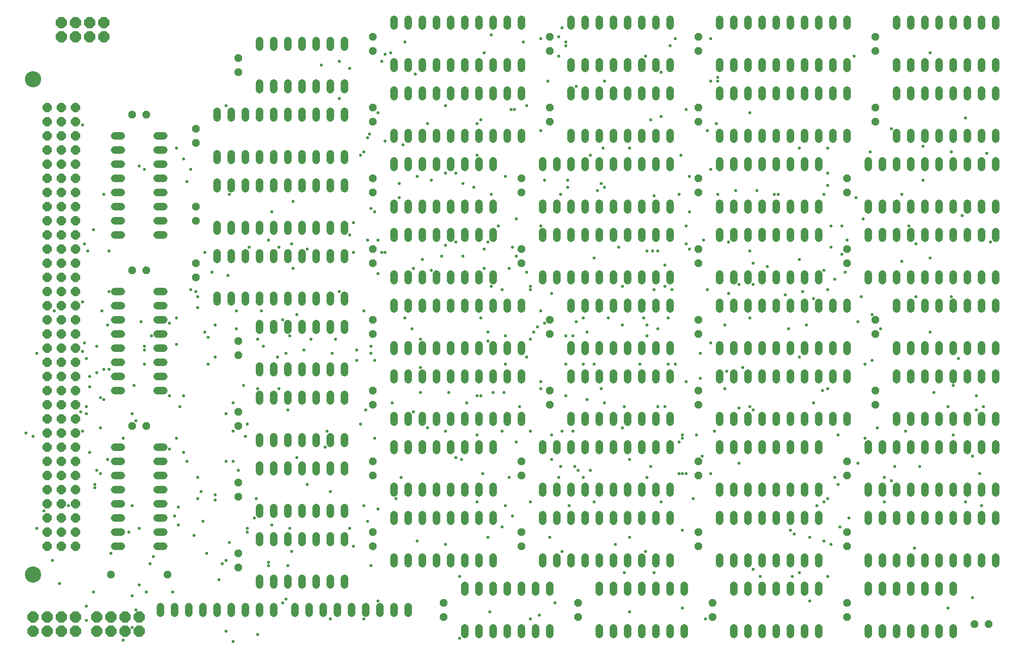
<source format=gbr>
G04 EAGLE Gerber RS-274X export*
G75*
%MOMM*%
%FSLAX34Y34*%
%LPD*%
%INSoldermask Bottom*%
%IPPOS*%
%AMOC8*
5,1,8,0,0,1.08239X$1,22.5*%
G01*
%ADD10P,1.457113X8X112.500000*%
%ADD11C,1.346200*%
%ADD12P,2.171924X8X22.500000*%
%ADD13P,1.787026X8X202.500000*%
%ADD14C,2.921000*%
%ADD15P,1.457113X8X202.500000*%
%ADD16P,1.457113X8X22.500000*%
%ADD17C,0.584200*%


D10*
X1003300Y50800D03*
X1003300Y76200D03*
X901700Y177800D03*
X901700Y203200D03*
X635000Y558800D03*
X635000Y584200D03*
X635000Y685800D03*
X635000Y711200D03*
X635000Y1066800D03*
X635000Y1092200D03*
X635000Y939800D03*
X635000Y965200D03*
X635000Y812800D03*
X635000Y838200D03*
X952500Y558800D03*
X952500Y584200D03*
X1244600Y50800D03*
X1244600Y76200D03*
X635000Y177800D03*
X635000Y203200D03*
X393700Y139700D03*
X393700Y165100D03*
X901700Y304800D03*
X901700Y330200D03*
X393700Y266700D03*
X393700Y292100D03*
X635000Y431800D03*
X635000Y457200D03*
X952500Y939800D03*
X952500Y965200D03*
X901700Y812800D03*
X901700Y838200D03*
X635000Y304800D03*
X635000Y330200D03*
X1219200Y431800D03*
X1219200Y457200D03*
X1219200Y558800D03*
X1219200Y584200D03*
X1485900Y50800D03*
X1485900Y76200D03*
X1219200Y685800D03*
X1219200Y711200D03*
X1219200Y812800D03*
X1219200Y838200D03*
X1219200Y1066800D03*
X1219200Y1092200D03*
X1219200Y939800D03*
X1219200Y965200D03*
X1536700Y1066800D03*
X1536700Y1092200D03*
X1536700Y939800D03*
X1536700Y965200D03*
X1536700Y431800D03*
X1536700Y457200D03*
X1485900Y177800D03*
X1485900Y203200D03*
X1485900Y812800D03*
X1485900Y838200D03*
X1536700Y558800D03*
X1536700Y584200D03*
X1219200Y304800D03*
X1219200Y330200D03*
X1485900Y304800D03*
X1485900Y330200D03*
X1485900Y685800D03*
X1485900Y711200D03*
X952500Y1066800D03*
X952500Y1092200D03*
X901700Y685800D03*
X901700Y711200D03*
X952500Y431800D03*
X952500Y457200D03*
X1219200Y177800D03*
X1219200Y203200D03*
D11*
X183896Y355600D02*
X171704Y355600D01*
X171704Y330200D02*
X183896Y330200D01*
X183896Y203200D02*
X171704Y203200D01*
X171704Y177800D02*
X183896Y177800D01*
X183896Y304800D02*
X171704Y304800D01*
X171704Y279400D02*
X183896Y279400D01*
X183896Y228600D02*
X171704Y228600D01*
X171704Y254000D02*
X183896Y254000D01*
X247904Y177800D02*
X260096Y177800D01*
X260096Y203200D02*
X247904Y203200D01*
X247904Y228600D02*
X260096Y228600D01*
X260096Y254000D02*
X247904Y254000D01*
X247904Y279400D02*
X260096Y279400D01*
X260096Y304800D02*
X247904Y304800D01*
X247904Y330200D02*
X260096Y330200D01*
X260096Y355600D02*
X247904Y355600D01*
X355600Y743204D02*
X355600Y755396D01*
X381000Y755396D02*
X381000Y743204D01*
X508000Y743204D02*
X508000Y755396D01*
X533400Y755396D02*
X533400Y743204D01*
X406400Y743204D02*
X406400Y755396D01*
X431800Y755396D02*
X431800Y743204D01*
X482600Y743204D02*
X482600Y755396D01*
X457200Y755396D02*
X457200Y743204D01*
X558800Y743204D02*
X558800Y755396D01*
X584200Y755396D02*
X584200Y743204D01*
X584200Y819404D02*
X584200Y831596D01*
X558800Y831596D02*
X558800Y819404D01*
X533400Y819404D02*
X533400Y831596D01*
X508000Y831596D02*
X508000Y819404D01*
X482600Y819404D02*
X482600Y831596D01*
X457200Y831596D02*
X457200Y819404D01*
X431800Y819404D02*
X431800Y831596D01*
X406400Y831596D02*
X406400Y819404D01*
X381000Y819404D02*
X381000Y831596D01*
X355600Y831596D02*
X355600Y819404D01*
X183896Y635000D02*
X171704Y635000D01*
X171704Y609600D02*
X183896Y609600D01*
X183896Y482600D02*
X171704Y482600D01*
X171704Y457200D02*
X183896Y457200D01*
X183896Y584200D02*
X171704Y584200D01*
X171704Y558800D02*
X183896Y558800D01*
X183896Y508000D02*
X171704Y508000D01*
X171704Y533400D02*
X183896Y533400D01*
X247904Y457200D02*
X260096Y457200D01*
X260096Y482600D02*
X247904Y482600D01*
X247904Y508000D02*
X260096Y508000D01*
X260096Y533400D02*
X247904Y533400D01*
X247904Y558800D02*
X260096Y558800D01*
X260096Y584200D02*
X247904Y584200D01*
X247904Y609600D02*
X260096Y609600D01*
X260096Y635000D02*
X247904Y635000D01*
X355600Y628396D02*
X355600Y616204D01*
X381000Y616204D02*
X381000Y628396D01*
X508000Y628396D02*
X508000Y616204D01*
X533400Y616204D02*
X533400Y628396D01*
X406400Y628396D02*
X406400Y616204D01*
X431800Y616204D02*
X431800Y628396D01*
X482600Y628396D02*
X482600Y616204D01*
X457200Y616204D02*
X457200Y628396D01*
X558800Y628396D02*
X558800Y616204D01*
X584200Y616204D02*
X584200Y628396D01*
X584200Y692404D02*
X584200Y704596D01*
X558800Y704596D02*
X558800Y692404D01*
X533400Y692404D02*
X533400Y704596D01*
X508000Y704596D02*
X508000Y692404D01*
X482600Y692404D02*
X482600Y704596D01*
X457200Y704596D02*
X457200Y692404D01*
X431800Y692404D02*
X431800Y704596D01*
X406400Y704596D02*
X406400Y692404D01*
X381000Y692404D02*
X381000Y704596D01*
X355600Y704596D02*
X355600Y692404D01*
X673100Y158496D02*
X673100Y146304D01*
X698500Y146304D02*
X698500Y158496D01*
X825500Y158496D02*
X825500Y146304D01*
X850900Y146304D02*
X850900Y158496D01*
X723900Y158496D02*
X723900Y146304D01*
X749300Y146304D02*
X749300Y158496D01*
X800100Y158496D02*
X800100Y146304D01*
X774700Y146304D02*
X774700Y158496D01*
X850900Y222504D02*
X850900Y234696D01*
X825500Y234696D02*
X825500Y222504D01*
X800100Y222504D02*
X800100Y234696D01*
X774700Y234696D02*
X774700Y222504D01*
X749300Y222504D02*
X749300Y234696D01*
X723900Y234696D02*
X723900Y222504D01*
X698500Y222504D02*
X698500Y234696D01*
X673100Y234696D02*
X673100Y222504D01*
X355600Y870204D02*
X355600Y882396D01*
X381000Y882396D02*
X381000Y870204D01*
X508000Y870204D02*
X508000Y882396D01*
X533400Y882396D02*
X533400Y870204D01*
X406400Y870204D02*
X406400Y882396D01*
X431800Y882396D02*
X431800Y870204D01*
X482600Y870204D02*
X482600Y882396D01*
X457200Y882396D02*
X457200Y870204D01*
X558800Y870204D02*
X558800Y882396D01*
X584200Y882396D02*
X584200Y870204D01*
X584200Y946404D02*
X584200Y958596D01*
X558800Y958596D02*
X558800Y946404D01*
X533400Y946404D02*
X533400Y958596D01*
X508000Y958596D02*
X508000Y946404D01*
X482600Y946404D02*
X482600Y958596D01*
X457200Y958596D02*
X457200Y946404D01*
X431800Y946404D02*
X431800Y958596D01*
X406400Y958596D02*
X406400Y946404D01*
X381000Y946404D02*
X381000Y958596D01*
X355600Y958596D02*
X355600Y946404D01*
X673100Y285496D02*
X673100Y273304D01*
X698500Y273304D02*
X698500Y285496D01*
X825500Y285496D02*
X825500Y273304D01*
X850900Y273304D02*
X850900Y285496D01*
X723900Y285496D02*
X723900Y273304D01*
X749300Y273304D02*
X749300Y285496D01*
X800100Y285496D02*
X800100Y273304D01*
X774700Y273304D02*
X774700Y285496D01*
X850900Y349504D02*
X850900Y361696D01*
X825500Y361696D02*
X825500Y349504D01*
X800100Y349504D02*
X800100Y361696D01*
X774700Y361696D02*
X774700Y349504D01*
X749300Y349504D02*
X749300Y361696D01*
X723900Y361696D02*
X723900Y349504D01*
X698500Y349504D02*
X698500Y361696D01*
X673100Y361696D02*
X673100Y349504D01*
X673100Y654304D02*
X673100Y666496D01*
X698500Y666496D02*
X698500Y654304D01*
X825500Y654304D02*
X825500Y666496D01*
X850900Y666496D02*
X850900Y654304D01*
X723900Y654304D02*
X723900Y666496D01*
X749300Y666496D02*
X749300Y654304D01*
X800100Y654304D02*
X800100Y666496D01*
X774700Y666496D02*
X774700Y654304D01*
X850900Y730504D02*
X850900Y742696D01*
X825500Y742696D02*
X825500Y730504D01*
X800100Y730504D02*
X800100Y742696D01*
X774700Y742696D02*
X774700Y730504D01*
X749300Y730504D02*
X749300Y742696D01*
X723900Y742696D02*
X723900Y730504D01*
X698500Y730504D02*
X698500Y742696D01*
X673100Y742696D02*
X673100Y730504D01*
X673100Y781304D02*
X673100Y793496D01*
X698500Y793496D02*
X698500Y781304D01*
X825500Y781304D02*
X825500Y793496D01*
X850900Y793496D02*
X850900Y781304D01*
X723900Y781304D02*
X723900Y793496D01*
X749300Y793496D02*
X749300Y781304D01*
X800100Y781304D02*
X800100Y793496D01*
X774700Y793496D02*
X774700Y781304D01*
X850900Y857504D02*
X850900Y869696D01*
X825500Y869696D02*
X825500Y857504D01*
X800100Y857504D02*
X800100Y869696D01*
X774700Y869696D02*
X774700Y857504D01*
X749300Y857504D02*
X749300Y869696D01*
X723900Y869696D02*
X723900Y857504D01*
X698500Y857504D02*
X698500Y869696D01*
X673100Y869696D02*
X673100Y857504D01*
X673100Y908304D02*
X673100Y920496D01*
X698500Y920496D02*
X698500Y908304D01*
X825500Y908304D02*
X825500Y920496D01*
X850900Y920496D02*
X850900Y908304D01*
X723900Y908304D02*
X723900Y920496D01*
X749300Y920496D02*
X749300Y908304D01*
X800100Y908304D02*
X800100Y920496D01*
X774700Y920496D02*
X774700Y908304D01*
X876300Y908304D02*
X876300Y920496D01*
X901700Y920496D02*
X901700Y908304D01*
X901700Y984504D02*
X901700Y996696D01*
X876300Y996696D02*
X876300Y984504D01*
X850900Y984504D02*
X850900Y996696D01*
X825500Y996696D02*
X825500Y984504D01*
X800100Y984504D02*
X800100Y996696D01*
X774700Y996696D02*
X774700Y984504D01*
X749300Y984504D02*
X749300Y996696D01*
X723900Y996696D02*
X723900Y984504D01*
X698500Y984504D02*
X698500Y996696D01*
X673100Y996696D02*
X673100Y984504D01*
X673100Y1035304D02*
X673100Y1047496D01*
X698500Y1047496D02*
X698500Y1035304D01*
X825500Y1035304D02*
X825500Y1047496D01*
X850900Y1047496D02*
X850900Y1035304D01*
X723900Y1035304D02*
X723900Y1047496D01*
X749300Y1047496D02*
X749300Y1035304D01*
X800100Y1035304D02*
X800100Y1047496D01*
X774700Y1047496D02*
X774700Y1035304D01*
X876300Y1035304D02*
X876300Y1047496D01*
X901700Y1047496D02*
X901700Y1035304D01*
X901700Y1111504D02*
X901700Y1123696D01*
X876300Y1123696D02*
X876300Y1111504D01*
X850900Y1111504D02*
X850900Y1123696D01*
X825500Y1123696D02*
X825500Y1111504D01*
X800100Y1111504D02*
X800100Y1123696D01*
X774700Y1123696D02*
X774700Y1111504D01*
X749300Y1111504D02*
X749300Y1123696D01*
X723900Y1123696D02*
X723900Y1111504D01*
X698500Y1111504D02*
X698500Y1123696D01*
X673100Y1123696D02*
X673100Y1111504D01*
D12*
X25400Y25400D03*
X25400Y50800D03*
X50800Y25400D03*
X50800Y50800D03*
X76200Y25400D03*
X76200Y50800D03*
X101600Y25400D03*
X101600Y50800D03*
X76200Y1092200D03*
X76200Y1117600D03*
X101600Y1092200D03*
X101600Y1117600D03*
X127000Y1092200D03*
X127000Y1117600D03*
X152400Y1092200D03*
X152400Y1117600D03*
D11*
X698500Y69596D02*
X698500Y57404D01*
X673100Y57404D02*
X673100Y69596D01*
X647700Y69596D02*
X647700Y57404D01*
X622300Y57404D02*
X622300Y69596D01*
X596900Y69596D02*
X596900Y57404D01*
X571500Y57404D02*
X571500Y69596D01*
X546100Y69596D02*
X546100Y57404D01*
X520700Y57404D02*
X520700Y69596D01*
X495300Y69596D02*
X495300Y57404D01*
X457200Y57404D02*
X457200Y69596D01*
X431800Y69596D02*
X431800Y57404D01*
X406400Y57404D02*
X406400Y69596D01*
X381000Y69596D02*
X381000Y57404D01*
X355600Y57404D02*
X355600Y69596D01*
X330200Y69596D02*
X330200Y57404D01*
X304800Y57404D02*
X304800Y69596D01*
X279400Y69596D02*
X279400Y57404D01*
X254000Y57404D02*
X254000Y69596D01*
D13*
X50800Y177800D03*
X50800Y203200D03*
X50800Y228600D03*
X50800Y254000D03*
X50800Y279400D03*
X50800Y304800D03*
X50800Y330200D03*
X50800Y355600D03*
X50800Y381000D03*
X50800Y406400D03*
X50800Y431800D03*
X50800Y457200D03*
X50800Y482600D03*
X50800Y508000D03*
X50800Y533400D03*
X50800Y558800D03*
X76200Y177800D03*
X76200Y203200D03*
X76200Y228600D03*
X76200Y254000D03*
X76200Y279400D03*
X76200Y304800D03*
X76200Y330200D03*
X76200Y355600D03*
X76200Y381000D03*
X76200Y406400D03*
X76200Y431800D03*
X76200Y457200D03*
X76200Y482600D03*
X76200Y508000D03*
X76200Y533400D03*
X76200Y558800D03*
X101600Y177800D03*
X101600Y203200D03*
X101600Y228600D03*
X101600Y254000D03*
X101600Y279400D03*
X101600Y304800D03*
X101600Y330200D03*
X101600Y355600D03*
X101600Y381000D03*
X101600Y406400D03*
X101600Y431800D03*
X101600Y457200D03*
X101600Y482600D03*
X101600Y508000D03*
X101600Y533400D03*
X101600Y558800D03*
X50800Y584200D03*
X50800Y609600D03*
X50800Y635000D03*
X50800Y660400D03*
X50800Y685800D03*
X50800Y711200D03*
X50800Y736600D03*
X50800Y762000D03*
X50800Y787400D03*
X50800Y812800D03*
X50800Y838200D03*
X50800Y863600D03*
X50800Y889000D03*
X50800Y914400D03*
X50800Y939800D03*
X50800Y965200D03*
X76200Y584200D03*
X76200Y609600D03*
X76200Y635000D03*
X76200Y660400D03*
X76200Y685800D03*
X76200Y711200D03*
X76200Y736600D03*
X76200Y762000D03*
X76200Y787400D03*
X76200Y812800D03*
X76200Y838200D03*
X76200Y863600D03*
X76200Y889000D03*
X76200Y914400D03*
X76200Y939800D03*
X76200Y965200D03*
X101600Y584200D03*
X101600Y609600D03*
X101600Y635000D03*
X101600Y660400D03*
X101600Y685800D03*
X101600Y711200D03*
X101600Y736600D03*
X101600Y762000D03*
X101600Y787400D03*
X101600Y812800D03*
X101600Y838200D03*
X101600Y863600D03*
X101600Y889000D03*
X101600Y914400D03*
X101600Y939800D03*
X101600Y965200D03*
D14*
X25400Y1016064D03*
X25400Y126936D03*
D15*
X1739900Y38100D03*
X1714500Y38100D03*
X266700Y127000D03*
X165100Y127000D03*
D11*
X431800Y235204D02*
X431800Y247396D01*
X457200Y247396D02*
X457200Y235204D01*
X584200Y235204D02*
X584200Y247396D01*
X584200Y311404D02*
X584200Y323596D01*
X482600Y247396D02*
X482600Y235204D01*
X508000Y235204D02*
X508000Y247396D01*
X558800Y247396D02*
X558800Y235204D01*
X533400Y235204D02*
X533400Y247396D01*
X558800Y311404D02*
X558800Y323596D01*
X533400Y323596D02*
X533400Y311404D01*
X508000Y311404D02*
X508000Y323596D01*
X482600Y323596D02*
X482600Y311404D01*
X457200Y311404D02*
X457200Y323596D01*
X431800Y323596D02*
X431800Y311404D01*
X800100Y31496D02*
X800100Y19304D01*
X825500Y19304D02*
X825500Y31496D01*
X952500Y31496D02*
X952500Y19304D01*
X952500Y95504D02*
X952500Y107696D01*
X850900Y31496D02*
X850900Y19304D01*
X876300Y19304D02*
X876300Y31496D01*
X927100Y31496D02*
X927100Y19304D01*
X901700Y19304D02*
X901700Y31496D01*
X927100Y95504D02*
X927100Y107696D01*
X901700Y107696D02*
X901700Y95504D01*
X876300Y95504D02*
X876300Y107696D01*
X850900Y107696D02*
X850900Y95504D01*
X825500Y95504D02*
X825500Y107696D01*
X800100Y107696D02*
X800100Y95504D01*
X431800Y997204D02*
X431800Y1009396D01*
X457200Y1009396D02*
X457200Y997204D01*
X584200Y997204D02*
X584200Y1009396D01*
X584200Y1073404D02*
X584200Y1085596D01*
X482600Y1009396D02*
X482600Y997204D01*
X508000Y997204D02*
X508000Y1009396D01*
X558800Y1009396D02*
X558800Y997204D01*
X533400Y997204D02*
X533400Y1009396D01*
X558800Y1073404D02*
X558800Y1085596D01*
X533400Y1085596D02*
X533400Y1073404D01*
X508000Y1073404D02*
X508000Y1085596D01*
X482600Y1085596D02*
X482600Y1073404D01*
X457200Y1073404D02*
X457200Y1085596D01*
X431800Y1085596D02*
X431800Y1073404D01*
X431800Y120396D02*
X431800Y108204D01*
X457200Y108204D02*
X457200Y120396D01*
X584200Y120396D02*
X584200Y108204D01*
X584200Y184404D02*
X584200Y196596D01*
X482600Y120396D02*
X482600Y108204D01*
X508000Y108204D02*
X508000Y120396D01*
X558800Y120396D02*
X558800Y108204D01*
X533400Y108204D02*
X533400Y120396D01*
X558800Y184404D02*
X558800Y196596D01*
X533400Y196596D02*
X533400Y184404D01*
X508000Y184404D02*
X508000Y196596D01*
X482600Y196596D02*
X482600Y184404D01*
X457200Y184404D02*
X457200Y196596D01*
X431800Y196596D02*
X431800Y184404D01*
X183896Y914400D02*
X171704Y914400D01*
X171704Y889000D02*
X183896Y889000D01*
X183896Y762000D02*
X171704Y762000D01*
X171704Y736600D02*
X183896Y736600D01*
X183896Y863600D02*
X171704Y863600D01*
X171704Y838200D02*
X183896Y838200D01*
X183896Y787400D02*
X171704Y787400D01*
X171704Y812800D02*
X183896Y812800D01*
X247904Y736600D02*
X260096Y736600D01*
X260096Y762000D02*
X247904Y762000D01*
X247904Y787400D02*
X260096Y787400D01*
X260096Y812800D02*
X247904Y812800D01*
X247904Y838200D02*
X260096Y838200D01*
X260096Y863600D02*
X247904Y863600D01*
X247904Y889000D02*
X260096Y889000D01*
X260096Y914400D02*
X247904Y914400D01*
D12*
X139700Y25400D03*
X139700Y50800D03*
X165100Y25400D03*
X165100Y50800D03*
X190500Y25400D03*
X190500Y50800D03*
X215900Y25400D03*
X215900Y50800D03*
D11*
X431800Y362204D02*
X431800Y374396D01*
X457200Y374396D02*
X457200Y362204D01*
X584200Y362204D02*
X584200Y374396D01*
X584200Y438404D02*
X584200Y450596D01*
X482600Y374396D02*
X482600Y362204D01*
X508000Y362204D02*
X508000Y374396D01*
X558800Y374396D02*
X558800Y362204D01*
X533400Y362204D02*
X533400Y374396D01*
X558800Y438404D02*
X558800Y450596D01*
X533400Y450596D02*
X533400Y438404D01*
X508000Y438404D02*
X508000Y450596D01*
X482600Y450596D02*
X482600Y438404D01*
X457200Y438404D02*
X457200Y450596D01*
X431800Y450596D02*
X431800Y438404D01*
X673100Y527304D02*
X673100Y539496D01*
X698500Y539496D02*
X698500Y527304D01*
X825500Y527304D02*
X825500Y539496D01*
X850900Y539496D02*
X850900Y527304D01*
X723900Y527304D02*
X723900Y539496D01*
X749300Y539496D02*
X749300Y527304D01*
X800100Y527304D02*
X800100Y539496D01*
X774700Y539496D02*
X774700Y527304D01*
X876300Y527304D02*
X876300Y539496D01*
X901700Y539496D02*
X901700Y527304D01*
X901700Y603504D02*
X901700Y615696D01*
X876300Y615696D02*
X876300Y603504D01*
X850900Y603504D02*
X850900Y615696D01*
X825500Y615696D02*
X825500Y603504D01*
X800100Y603504D02*
X800100Y615696D01*
X774700Y615696D02*
X774700Y603504D01*
X749300Y603504D02*
X749300Y615696D01*
X723900Y615696D02*
X723900Y603504D01*
X698500Y603504D02*
X698500Y615696D01*
X673100Y615696D02*
X673100Y603504D01*
X673100Y412496D02*
X673100Y400304D01*
X698500Y400304D02*
X698500Y412496D01*
X825500Y412496D02*
X825500Y400304D01*
X850900Y400304D02*
X850900Y412496D01*
X723900Y412496D02*
X723900Y400304D01*
X749300Y400304D02*
X749300Y412496D01*
X800100Y412496D02*
X800100Y400304D01*
X774700Y400304D02*
X774700Y412496D01*
X876300Y412496D02*
X876300Y400304D01*
X901700Y400304D02*
X901700Y412496D01*
X901700Y476504D02*
X901700Y488696D01*
X876300Y488696D02*
X876300Y476504D01*
X850900Y476504D02*
X850900Y488696D01*
X825500Y488696D02*
X825500Y476504D01*
X800100Y476504D02*
X800100Y488696D01*
X774700Y488696D02*
X774700Y476504D01*
X749300Y476504D02*
X749300Y488696D01*
X723900Y488696D02*
X723900Y476504D01*
X698500Y476504D02*
X698500Y488696D01*
X673100Y488696D02*
X673100Y476504D01*
X990600Y1035304D02*
X990600Y1047496D01*
X1016000Y1047496D02*
X1016000Y1035304D01*
X1143000Y1035304D02*
X1143000Y1047496D01*
X1168400Y1047496D02*
X1168400Y1035304D01*
X1041400Y1035304D02*
X1041400Y1047496D01*
X1066800Y1047496D02*
X1066800Y1035304D01*
X1117600Y1035304D02*
X1117600Y1047496D01*
X1092200Y1047496D02*
X1092200Y1035304D01*
X1168400Y1111504D02*
X1168400Y1123696D01*
X1143000Y1123696D02*
X1143000Y1111504D01*
X1117600Y1111504D02*
X1117600Y1123696D01*
X1092200Y1123696D02*
X1092200Y1111504D01*
X1066800Y1111504D02*
X1066800Y1123696D01*
X1041400Y1123696D02*
X1041400Y1111504D01*
X1016000Y1111504D02*
X1016000Y1123696D01*
X990600Y1123696D02*
X990600Y1111504D01*
X990600Y920496D02*
X990600Y908304D01*
X1016000Y908304D02*
X1016000Y920496D01*
X1143000Y920496D02*
X1143000Y908304D01*
X1168400Y908304D02*
X1168400Y920496D01*
X1041400Y920496D02*
X1041400Y908304D01*
X1066800Y908304D02*
X1066800Y920496D01*
X1117600Y920496D02*
X1117600Y908304D01*
X1092200Y908304D02*
X1092200Y920496D01*
X1168400Y984504D02*
X1168400Y996696D01*
X1143000Y996696D02*
X1143000Y984504D01*
X1117600Y984504D02*
X1117600Y996696D01*
X1092200Y996696D02*
X1092200Y984504D01*
X1066800Y984504D02*
X1066800Y996696D01*
X1041400Y996696D02*
X1041400Y984504D01*
X1016000Y984504D02*
X1016000Y996696D01*
X990600Y996696D02*
X990600Y984504D01*
X990600Y539496D02*
X990600Y527304D01*
X1016000Y527304D02*
X1016000Y539496D01*
X1143000Y539496D02*
X1143000Y527304D01*
X1168400Y527304D02*
X1168400Y539496D01*
X1041400Y539496D02*
X1041400Y527304D01*
X1066800Y527304D02*
X1066800Y539496D01*
X1117600Y539496D02*
X1117600Y527304D01*
X1092200Y527304D02*
X1092200Y539496D01*
X1168400Y603504D02*
X1168400Y615696D01*
X1143000Y615696D02*
X1143000Y603504D01*
X1117600Y603504D02*
X1117600Y615696D01*
X1092200Y615696D02*
X1092200Y603504D01*
X1066800Y603504D02*
X1066800Y615696D01*
X1041400Y615696D02*
X1041400Y603504D01*
X1016000Y603504D02*
X1016000Y615696D01*
X990600Y615696D02*
X990600Y603504D01*
X990600Y412496D02*
X990600Y400304D01*
X1016000Y400304D02*
X1016000Y412496D01*
X1143000Y412496D02*
X1143000Y400304D01*
X1168400Y400304D02*
X1168400Y412496D01*
X1041400Y412496D02*
X1041400Y400304D01*
X1066800Y400304D02*
X1066800Y412496D01*
X1117600Y412496D02*
X1117600Y400304D01*
X1092200Y400304D02*
X1092200Y412496D01*
X1168400Y476504D02*
X1168400Y488696D01*
X1143000Y488696D02*
X1143000Y476504D01*
X1117600Y476504D02*
X1117600Y488696D01*
X1092200Y488696D02*
X1092200Y476504D01*
X1066800Y476504D02*
X1066800Y488696D01*
X1041400Y488696D02*
X1041400Y476504D01*
X1016000Y476504D02*
X1016000Y488696D01*
X990600Y488696D02*
X990600Y476504D01*
X939800Y781304D02*
X939800Y793496D01*
X965200Y793496D02*
X965200Y781304D01*
X1092200Y781304D02*
X1092200Y793496D01*
X1117600Y793496D02*
X1117600Y781304D01*
X990600Y781304D02*
X990600Y793496D01*
X1016000Y793496D02*
X1016000Y781304D01*
X1066800Y781304D02*
X1066800Y793496D01*
X1041400Y793496D02*
X1041400Y781304D01*
X1143000Y781304D02*
X1143000Y793496D01*
X1168400Y793496D02*
X1168400Y781304D01*
X1168400Y857504D02*
X1168400Y869696D01*
X1143000Y869696D02*
X1143000Y857504D01*
X1117600Y857504D02*
X1117600Y869696D01*
X1092200Y869696D02*
X1092200Y857504D01*
X1066800Y857504D02*
X1066800Y869696D01*
X1041400Y869696D02*
X1041400Y857504D01*
X1016000Y857504D02*
X1016000Y869696D01*
X990600Y869696D02*
X990600Y857504D01*
X965200Y857504D02*
X965200Y869696D01*
X939800Y869696D02*
X939800Y857504D01*
X939800Y666496D02*
X939800Y654304D01*
X965200Y654304D02*
X965200Y666496D01*
X1092200Y666496D02*
X1092200Y654304D01*
X1117600Y654304D02*
X1117600Y666496D01*
X990600Y666496D02*
X990600Y654304D01*
X1016000Y654304D02*
X1016000Y666496D01*
X1066800Y666496D02*
X1066800Y654304D01*
X1041400Y654304D02*
X1041400Y666496D01*
X1143000Y666496D02*
X1143000Y654304D01*
X1168400Y654304D02*
X1168400Y666496D01*
X1168400Y730504D02*
X1168400Y742696D01*
X1143000Y742696D02*
X1143000Y730504D01*
X1117600Y730504D02*
X1117600Y742696D01*
X1092200Y742696D02*
X1092200Y730504D01*
X1066800Y730504D02*
X1066800Y742696D01*
X1041400Y742696D02*
X1041400Y730504D01*
X1016000Y730504D02*
X1016000Y742696D01*
X990600Y742696D02*
X990600Y730504D01*
X965200Y730504D02*
X965200Y742696D01*
X939800Y742696D02*
X939800Y730504D01*
X1041400Y31496D02*
X1041400Y19304D01*
X1066800Y19304D02*
X1066800Y31496D01*
X1193800Y31496D02*
X1193800Y19304D01*
X1193800Y95504D02*
X1193800Y107696D01*
X1092200Y31496D02*
X1092200Y19304D01*
X1117600Y19304D02*
X1117600Y31496D01*
X1168400Y31496D02*
X1168400Y19304D01*
X1143000Y19304D02*
X1143000Y31496D01*
X1168400Y95504D02*
X1168400Y107696D01*
X1143000Y107696D02*
X1143000Y95504D01*
X1117600Y95504D02*
X1117600Y107696D01*
X1092200Y107696D02*
X1092200Y95504D01*
X1066800Y95504D02*
X1066800Y107696D01*
X1041400Y107696D02*
X1041400Y95504D01*
X939800Y273304D02*
X939800Y285496D01*
X965200Y285496D02*
X965200Y273304D01*
X1092200Y273304D02*
X1092200Y285496D01*
X1117600Y285496D02*
X1117600Y273304D01*
X990600Y273304D02*
X990600Y285496D01*
X1016000Y285496D02*
X1016000Y273304D01*
X1066800Y273304D02*
X1066800Y285496D01*
X1041400Y285496D02*
X1041400Y273304D01*
X1143000Y273304D02*
X1143000Y285496D01*
X1168400Y285496D02*
X1168400Y273304D01*
X1168400Y349504D02*
X1168400Y361696D01*
X1143000Y361696D02*
X1143000Y349504D01*
X1117600Y349504D02*
X1117600Y361696D01*
X1092200Y361696D02*
X1092200Y349504D01*
X1066800Y349504D02*
X1066800Y361696D01*
X1041400Y361696D02*
X1041400Y349504D01*
X1016000Y349504D02*
X1016000Y361696D01*
X990600Y361696D02*
X990600Y349504D01*
X965200Y349504D02*
X965200Y361696D01*
X939800Y361696D02*
X939800Y349504D01*
X939800Y158496D02*
X939800Y146304D01*
X965200Y146304D02*
X965200Y158496D01*
X1092200Y158496D02*
X1092200Y146304D01*
X1117600Y146304D02*
X1117600Y158496D01*
X990600Y158496D02*
X990600Y146304D01*
X1016000Y146304D02*
X1016000Y158496D01*
X1066800Y158496D02*
X1066800Y146304D01*
X1041400Y146304D02*
X1041400Y158496D01*
X1143000Y158496D02*
X1143000Y146304D01*
X1168400Y146304D02*
X1168400Y158496D01*
X1168400Y222504D02*
X1168400Y234696D01*
X1143000Y234696D02*
X1143000Y222504D01*
X1117600Y222504D02*
X1117600Y234696D01*
X1092200Y234696D02*
X1092200Y222504D01*
X1066800Y222504D02*
X1066800Y234696D01*
X1041400Y234696D02*
X1041400Y222504D01*
X1016000Y222504D02*
X1016000Y234696D01*
X990600Y234696D02*
X990600Y222504D01*
X965200Y222504D02*
X965200Y234696D01*
X939800Y234696D02*
X939800Y222504D01*
X1257300Y158496D02*
X1257300Y146304D01*
X1282700Y146304D02*
X1282700Y158496D01*
X1409700Y158496D02*
X1409700Y146304D01*
X1435100Y146304D02*
X1435100Y158496D01*
X1308100Y158496D02*
X1308100Y146304D01*
X1333500Y146304D02*
X1333500Y158496D01*
X1384300Y158496D02*
X1384300Y146304D01*
X1358900Y146304D02*
X1358900Y158496D01*
X1435100Y222504D02*
X1435100Y234696D01*
X1409700Y234696D02*
X1409700Y222504D01*
X1384300Y222504D02*
X1384300Y234696D01*
X1358900Y234696D02*
X1358900Y222504D01*
X1333500Y222504D02*
X1333500Y234696D01*
X1308100Y234696D02*
X1308100Y222504D01*
X1282700Y222504D02*
X1282700Y234696D01*
X1257300Y234696D02*
X1257300Y222504D01*
X1257300Y781304D02*
X1257300Y793496D01*
X1282700Y793496D02*
X1282700Y781304D01*
X1409700Y781304D02*
X1409700Y793496D01*
X1435100Y793496D02*
X1435100Y781304D01*
X1308100Y781304D02*
X1308100Y793496D01*
X1333500Y793496D02*
X1333500Y781304D01*
X1384300Y781304D02*
X1384300Y793496D01*
X1358900Y793496D02*
X1358900Y781304D01*
X1435100Y857504D02*
X1435100Y869696D01*
X1409700Y869696D02*
X1409700Y857504D01*
X1384300Y857504D02*
X1384300Y869696D01*
X1358900Y869696D02*
X1358900Y857504D01*
X1333500Y857504D02*
X1333500Y869696D01*
X1308100Y869696D02*
X1308100Y857504D01*
X1282700Y857504D02*
X1282700Y869696D01*
X1257300Y869696D02*
X1257300Y857504D01*
X1257300Y666496D02*
X1257300Y654304D01*
X1282700Y654304D02*
X1282700Y666496D01*
X1409700Y666496D02*
X1409700Y654304D01*
X1435100Y654304D02*
X1435100Y666496D01*
X1308100Y666496D02*
X1308100Y654304D01*
X1333500Y654304D02*
X1333500Y666496D01*
X1384300Y666496D02*
X1384300Y654304D01*
X1358900Y654304D02*
X1358900Y666496D01*
X1435100Y730504D02*
X1435100Y742696D01*
X1409700Y742696D02*
X1409700Y730504D01*
X1384300Y730504D02*
X1384300Y742696D01*
X1358900Y742696D02*
X1358900Y730504D01*
X1333500Y730504D02*
X1333500Y742696D01*
X1308100Y742696D02*
X1308100Y730504D01*
X1282700Y730504D02*
X1282700Y742696D01*
X1257300Y742696D02*
X1257300Y730504D01*
X1257300Y285496D02*
X1257300Y273304D01*
X1282700Y273304D02*
X1282700Y285496D01*
X1409700Y285496D02*
X1409700Y273304D01*
X1435100Y273304D02*
X1435100Y285496D01*
X1308100Y285496D02*
X1308100Y273304D01*
X1333500Y273304D02*
X1333500Y285496D01*
X1384300Y285496D02*
X1384300Y273304D01*
X1358900Y273304D02*
X1358900Y285496D01*
X1435100Y349504D02*
X1435100Y361696D01*
X1409700Y361696D02*
X1409700Y349504D01*
X1384300Y349504D02*
X1384300Y361696D01*
X1358900Y361696D02*
X1358900Y349504D01*
X1333500Y349504D02*
X1333500Y361696D01*
X1308100Y361696D02*
X1308100Y349504D01*
X1282700Y349504D02*
X1282700Y361696D01*
X1257300Y361696D02*
X1257300Y349504D01*
X1257300Y1035304D02*
X1257300Y1047496D01*
X1282700Y1047496D02*
X1282700Y1035304D01*
X1409700Y1035304D02*
X1409700Y1047496D01*
X1435100Y1047496D02*
X1435100Y1035304D01*
X1308100Y1035304D02*
X1308100Y1047496D01*
X1333500Y1047496D02*
X1333500Y1035304D01*
X1384300Y1035304D02*
X1384300Y1047496D01*
X1358900Y1047496D02*
X1358900Y1035304D01*
X1460500Y1035304D02*
X1460500Y1047496D01*
X1485900Y1047496D02*
X1485900Y1035304D01*
X1485900Y1111504D02*
X1485900Y1123696D01*
X1460500Y1123696D02*
X1460500Y1111504D01*
X1435100Y1111504D02*
X1435100Y1123696D01*
X1409700Y1123696D02*
X1409700Y1111504D01*
X1384300Y1111504D02*
X1384300Y1123696D01*
X1358900Y1123696D02*
X1358900Y1111504D01*
X1333500Y1111504D02*
X1333500Y1123696D01*
X1308100Y1123696D02*
X1308100Y1111504D01*
X1282700Y1111504D02*
X1282700Y1123696D01*
X1257300Y1123696D02*
X1257300Y1111504D01*
X1257300Y920496D02*
X1257300Y908304D01*
X1282700Y908304D02*
X1282700Y920496D01*
X1409700Y920496D02*
X1409700Y908304D01*
X1435100Y908304D02*
X1435100Y920496D01*
X1308100Y920496D02*
X1308100Y908304D01*
X1333500Y908304D02*
X1333500Y920496D01*
X1384300Y920496D02*
X1384300Y908304D01*
X1358900Y908304D02*
X1358900Y920496D01*
X1460500Y920496D02*
X1460500Y908304D01*
X1485900Y908304D02*
X1485900Y920496D01*
X1485900Y984504D02*
X1485900Y996696D01*
X1460500Y996696D02*
X1460500Y984504D01*
X1435100Y984504D02*
X1435100Y996696D01*
X1409700Y996696D02*
X1409700Y984504D01*
X1384300Y984504D02*
X1384300Y996696D01*
X1358900Y996696D02*
X1358900Y984504D01*
X1333500Y984504D02*
X1333500Y996696D01*
X1308100Y996696D02*
X1308100Y984504D01*
X1282700Y984504D02*
X1282700Y996696D01*
X1257300Y996696D02*
X1257300Y984504D01*
X1282700Y31496D02*
X1282700Y19304D01*
X1308100Y19304D02*
X1308100Y31496D01*
X1435100Y31496D02*
X1435100Y19304D01*
X1435100Y95504D02*
X1435100Y107696D01*
X1333500Y31496D02*
X1333500Y19304D01*
X1358900Y19304D02*
X1358900Y31496D01*
X1409700Y31496D02*
X1409700Y19304D01*
X1384300Y19304D02*
X1384300Y31496D01*
X1409700Y95504D02*
X1409700Y107696D01*
X1384300Y107696D02*
X1384300Y95504D01*
X1358900Y95504D02*
X1358900Y107696D01*
X1333500Y107696D02*
X1333500Y95504D01*
X1308100Y95504D02*
X1308100Y107696D01*
X1282700Y107696D02*
X1282700Y95504D01*
X431800Y489204D02*
X431800Y501396D01*
X457200Y501396D02*
X457200Y489204D01*
X584200Y489204D02*
X584200Y501396D01*
X584200Y565404D02*
X584200Y577596D01*
X482600Y501396D02*
X482600Y489204D01*
X508000Y489204D02*
X508000Y501396D01*
X558800Y501396D02*
X558800Y489204D01*
X533400Y489204D02*
X533400Y501396D01*
X558800Y565404D02*
X558800Y577596D01*
X533400Y577596D02*
X533400Y565404D01*
X508000Y565404D02*
X508000Y577596D01*
X482600Y577596D02*
X482600Y565404D01*
X457200Y565404D02*
X457200Y577596D01*
X431800Y577596D02*
X431800Y565404D01*
X1257300Y539496D02*
X1257300Y527304D01*
X1282700Y527304D02*
X1282700Y539496D01*
X1409700Y539496D02*
X1409700Y527304D01*
X1435100Y527304D02*
X1435100Y539496D01*
X1308100Y539496D02*
X1308100Y527304D01*
X1333500Y527304D02*
X1333500Y539496D01*
X1384300Y539496D02*
X1384300Y527304D01*
X1358900Y527304D02*
X1358900Y539496D01*
X1460500Y539496D02*
X1460500Y527304D01*
X1485900Y527304D02*
X1485900Y539496D01*
X1485900Y603504D02*
X1485900Y615696D01*
X1460500Y615696D02*
X1460500Y603504D01*
X1435100Y603504D02*
X1435100Y615696D01*
X1409700Y615696D02*
X1409700Y603504D01*
X1384300Y603504D02*
X1384300Y615696D01*
X1358900Y615696D02*
X1358900Y603504D01*
X1333500Y603504D02*
X1333500Y615696D01*
X1308100Y615696D02*
X1308100Y603504D01*
X1282700Y603504D02*
X1282700Y615696D01*
X1257300Y615696D02*
X1257300Y603504D01*
X1257300Y412496D02*
X1257300Y400304D01*
X1282700Y400304D02*
X1282700Y412496D01*
X1409700Y412496D02*
X1409700Y400304D01*
X1435100Y400304D02*
X1435100Y412496D01*
X1308100Y412496D02*
X1308100Y400304D01*
X1333500Y400304D02*
X1333500Y412496D01*
X1384300Y412496D02*
X1384300Y400304D01*
X1358900Y400304D02*
X1358900Y412496D01*
X1460500Y412496D02*
X1460500Y400304D01*
X1485900Y400304D02*
X1485900Y412496D01*
X1485900Y476504D02*
X1485900Y488696D01*
X1460500Y488696D02*
X1460500Y476504D01*
X1435100Y476504D02*
X1435100Y488696D01*
X1409700Y488696D02*
X1409700Y476504D01*
X1384300Y476504D02*
X1384300Y488696D01*
X1358900Y488696D02*
X1358900Y476504D01*
X1333500Y476504D02*
X1333500Y488696D01*
X1308100Y488696D02*
X1308100Y476504D01*
X1282700Y476504D02*
X1282700Y488696D01*
X1257300Y488696D02*
X1257300Y476504D01*
X1574800Y1035304D02*
X1574800Y1047496D01*
X1600200Y1047496D02*
X1600200Y1035304D01*
X1727200Y1035304D02*
X1727200Y1047496D01*
X1752600Y1047496D02*
X1752600Y1035304D01*
X1625600Y1035304D02*
X1625600Y1047496D01*
X1651000Y1047496D02*
X1651000Y1035304D01*
X1701800Y1035304D02*
X1701800Y1047496D01*
X1676400Y1047496D02*
X1676400Y1035304D01*
X1752600Y1111504D02*
X1752600Y1123696D01*
X1727200Y1123696D02*
X1727200Y1111504D01*
X1701800Y1111504D02*
X1701800Y1123696D01*
X1676400Y1123696D02*
X1676400Y1111504D01*
X1651000Y1111504D02*
X1651000Y1123696D01*
X1625600Y1123696D02*
X1625600Y1111504D01*
X1600200Y1111504D02*
X1600200Y1123696D01*
X1574800Y1123696D02*
X1574800Y1111504D01*
X1574800Y920496D02*
X1574800Y908304D01*
X1600200Y908304D02*
X1600200Y920496D01*
X1727200Y920496D02*
X1727200Y908304D01*
X1752600Y908304D02*
X1752600Y920496D01*
X1625600Y920496D02*
X1625600Y908304D01*
X1651000Y908304D02*
X1651000Y920496D01*
X1701800Y920496D02*
X1701800Y908304D01*
X1676400Y908304D02*
X1676400Y920496D01*
X1752600Y984504D02*
X1752600Y996696D01*
X1727200Y996696D02*
X1727200Y984504D01*
X1701800Y984504D02*
X1701800Y996696D01*
X1676400Y996696D02*
X1676400Y984504D01*
X1651000Y984504D02*
X1651000Y996696D01*
X1625600Y996696D02*
X1625600Y984504D01*
X1600200Y984504D02*
X1600200Y996696D01*
X1574800Y996696D02*
X1574800Y984504D01*
X1574800Y539496D02*
X1574800Y527304D01*
X1600200Y527304D02*
X1600200Y539496D01*
X1727200Y539496D02*
X1727200Y527304D01*
X1752600Y527304D02*
X1752600Y539496D01*
X1625600Y539496D02*
X1625600Y527304D01*
X1651000Y527304D02*
X1651000Y539496D01*
X1701800Y539496D02*
X1701800Y527304D01*
X1676400Y527304D02*
X1676400Y539496D01*
X1752600Y603504D02*
X1752600Y615696D01*
X1727200Y615696D02*
X1727200Y603504D01*
X1701800Y603504D02*
X1701800Y615696D01*
X1676400Y615696D02*
X1676400Y603504D01*
X1651000Y603504D02*
X1651000Y615696D01*
X1625600Y615696D02*
X1625600Y603504D01*
X1600200Y603504D02*
X1600200Y615696D01*
X1574800Y615696D02*
X1574800Y603504D01*
X1574800Y412496D02*
X1574800Y400304D01*
X1600200Y400304D02*
X1600200Y412496D01*
X1727200Y412496D02*
X1727200Y400304D01*
X1752600Y400304D02*
X1752600Y412496D01*
X1625600Y412496D02*
X1625600Y400304D01*
X1651000Y400304D02*
X1651000Y412496D01*
X1701800Y412496D02*
X1701800Y400304D01*
X1676400Y400304D02*
X1676400Y412496D01*
X1752600Y476504D02*
X1752600Y488696D01*
X1727200Y488696D02*
X1727200Y476504D01*
X1701800Y476504D02*
X1701800Y488696D01*
X1676400Y488696D02*
X1676400Y476504D01*
X1651000Y476504D02*
X1651000Y488696D01*
X1625600Y488696D02*
X1625600Y476504D01*
X1600200Y476504D02*
X1600200Y488696D01*
X1574800Y488696D02*
X1574800Y476504D01*
X1524000Y781304D02*
X1524000Y793496D01*
X1549400Y793496D02*
X1549400Y781304D01*
X1676400Y781304D02*
X1676400Y793496D01*
X1701800Y793496D02*
X1701800Y781304D01*
X1574800Y781304D02*
X1574800Y793496D01*
X1600200Y793496D02*
X1600200Y781304D01*
X1651000Y781304D02*
X1651000Y793496D01*
X1625600Y793496D02*
X1625600Y781304D01*
X1727200Y781304D02*
X1727200Y793496D01*
X1752600Y793496D02*
X1752600Y781304D01*
X1752600Y857504D02*
X1752600Y869696D01*
X1727200Y869696D02*
X1727200Y857504D01*
X1701800Y857504D02*
X1701800Y869696D01*
X1676400Y869696D02*
X1676400Y857504D01*
X1651000Y857504D02*
X1651000Y869696D01*
X1625600Y869696D02*
X1625600Y857504D01*
X1600200Y857504D02*
X1600200Y869696D01*
X1574800Y869696D02*
X1574800Y857504D01*
X1549400Y857504D02*
X1549400Y869696D01*
X1524000Y869696D02*
X1524000Y857504D01*
X1524000Y285496D02*
X1524000Y273304D01*
X1549400Y273304D02*
X1549400Y285496D01*
X1676400Y285496D02*
X1676400Y273304D01*
X1701800Y273304D02*
X1701800Y285496D01*
X1574800Y285496D02*
X1574800Y273304D01*
X1600200Y273304D02*
X1600200Y285496D01*
X1651000Y285496D02*
X1651000Y273304D01*
X1625600Y273304D02*
X1625600Y285496D01*
X1727200Y285496D02*
X1727200Y273304D01*
X1752600Y273304D02*
X1752600Y285496D01*
X1752600Y349504D02*
X1752600Y361696D01*
X1727200Y361696D02*
X1727200Y349504D01*
X1701800Y349504D02*
X1701800Y361696D01*
X1676400Y361696D02*
X1676400Y349504D01*
X1651000Y349504D02*
X1651000Y361696D01*
X1625600Y361696D02*
X1625600Y349504D01*
X1600200Y349504D02*
X1600200Y361696D01*
X1574800Y361696D02*
X1574800Y349504D01*
X1549400Y349504D02*
X1549400Y361696D01*
X1524000Y361696D02*
X1524000Y349504D01*
X1524000Y31496D02*
X1524000Y19304D01*
X1549400Y19304D02*
X1549400Y31496D01*
X1676400Y31496D02*
X1676400Y19304D01*
X1676400Y95504D02*
X1676400Y107696D01*
X1574800Y31496D02*
X1574800Y19304D01*
X1600200Y19304D02*
X1600200Y31496D01*
X1651000Y31496D02*
X1651000Y19304D01*
X1625600Y19304D02*
X1625600Y31496D01*
X1651000Y95504D02*
X1651000Y107696D01*
X1625600Y107696D02*
X1625600Y95504D01*
X1600200Y95504D02*
X1600200Y107696D01*
X1574800Y107696D02*
X1574800Y95504D01*
X1549400Y95504D02*
X1549400Y107696D01*
X1524000Y107696D02*
X1524000Y95504D01*
X1524000Y654304D02*
X1524000Y666496D01*
X1549400Y666496D02*
X1549400Y654304D01*
X1676400Y654304D02*
X1676400Y666496D01*
X1701800Y666496D02*
X1701800Y654304D01*
X1574800Y654304D02*
X1574800Y666496D01*
X1600200Y666496D02*
X1600200Y654304D01*
X1651000Y654304D02*
X1651000Y666496D01*
X1625600Y666496D02*
X1625600Y654304D01*
X1727200Y654304D02*
X1727200Y666496D01*
X1752600Y666496D02*
X1752600Y654304D01*
X1752600Y730504D02*
X1752600Y742696D01*
X1727200Y742696D02*
X1727200Y730504D01*
X1701800Y730504D02*
X1701800Y742696D01*
X1676400Y742696D02*
X1676400Y730504D01*
X1651000Y730504D02*
X1651000Y742696D01*
X1625600Y742696D02*
X1625600Y730504D01*
X1600200Y730504D02*
X1600200Y742696D01*
X1574800Y742696D02*
X1574800Y730504D01*
X1549400Y730504D02*
X1549400Y742696D01*
X1524000Y742696D02*
X1524000Y730504D01*
X1524000Y158496D02*
X1524000Y146304D01*
X1549400Y146304D02*
X1549400Y158496D01*
X1676400Y158496D02*
X1676400Y146304D01*
X1701800Y146304D02*
X1701800Y158496D01*
X1574800Y158496D02*
X1574800Y146304D01*
X1600200Y146304D02*
X1600200Y158496D01*
X1651000Y158496D02*
X1651000Y146304D01*
X1625600Y146304D02*
X1625600Y158496D01*
X1727200Y158496D02*
X1727200Y146304D01*
X1752600Y146304D02*
X1752600Y158496D01*
X1752600Y222504D02*
X1752600Y234696D01*
X1727200Y234696D02*
X1727200Y222504D01*
X1701800Y222504D02*
X1701800Y234696D01*
X1676400Y234696D02*
X1676400Y222504D01*
X1651000Y222504D02*
X1651000Y234696D01*
X1625600Y234696D02*
X1625600Y222504D01*
X1600200Y222504D02*
X1600200Y234696D01*
X1574800Y234696D02*
X1574800Y222504D01*
X1549400Y222504D02*
X1549400Y234696D01*
X1524000Y234696D02*
X1524000Y222504D01*
D16*
X203200Y952500D03*
X228600Y952500D03*
X203200Y673100D03*
X228600Y673100D03*
X203200Y393700D03*
X228600Y393700D03*
D10*
X393700Y1028700D03*
X393700Y1054100D03*
X317500Y901700D03*
X317500Y927100D03*
X317500Y762000D03*
X317500Y787400D03*
X317500Y660400D03*
X317500Y685800D03*
X393700Y520700D03*
X393700Y546100D03*
X393700Y393700D03*
X393700Y419100D03*
X762000Y50800D03*
X762000Y76200D03*
D17*
X765175Y180975D03*
X1190625Y206375D03*
X688975Y898525D03*
X904875Y1082675D03*
X981075Y1082675D03*
X1498600Y1057275D03*
X628650Y917575D03*
X657225Y1060450D03*
X1501775Y803275D03*
X1292225Y327025D03*
X1225550Y339725D03*
X1203325Y777875D03*
X1190625Y66675D03*
X835025Y1063625D03*
X981075Y1076325D03*
X657225Y904875D03*
X1514475Y765175D03*
X666750Y1063625D03*
X1222375Y479425D03*
X1082675Y644525D03*
X631825Y142875D03*
X1390650Y200025D03*
X1038225Y815975D03*
X765175Y968375D03*
X1152525Y1028700D03*
X1635125Y1063625D03*
X1419225Y79375D03*
X1711325Y85725D03*
X1168400Y1076325D03*
X1489075Y228600D03*
X631825Y784225D03*
X847725Y809625D03*
X984250Y822325D03*
X492125Y796925D03*
X968375Y1057275D03*
X600075Y704850D03*
X542925Y1041400D03*
X974725Y1108075D03*
X625475Y727075D03*
X625475Y911225D03*
X1622425Y895350D03*
X1254125Y809625D03*
X1044575Y828675D03*
X1622425Y835025D03*
X619125Y47625D03*
X574675Y1047750D03*
X650875Y1047750D03*
X936625Y923925D03*
X936625Y1089025D03*
X1450975Y847725D03*
X1673225Y885825D03*
X1450975Y892175D03*
X568325Y549275D03*
X841375Y561975D03*
X822325Y936625D03*
X1133475Y942975D03*
X1187450Y879475D03*
X558800Y47625D03*
X644525Y727075D03*
X593725Y736600D03*
X936625Y752475D03*
X1177925Y1089025D03*
X968375Y1092200D03*
X482600Y142875D03*
X714375Y187325D03*
X1298575Y498475D03*
X1044575Y460375D03*
X723900Y692150D03*
X1031875Y695325D03*
X923925Y561975D03*
X784225Y847725D03*
X784225Y723900D03*
X866775Y212725D03*
X644525Y244475D03*
X644525Y666750D03*
X917575Y644525D03*
X790575Y123825D03*
X793750Y333375D03*
X873125Y841375D03*
X1511300Y625475D03*
X1724025Y307975D03*
X1504950Y327025D03*
X1457325Y752475D03*
X1158875Y682625D03*
X917575Y384175D03*
X917575Y549275D03*
X1012825Y587375D03*
X879475Y676275D03*
X917575Y638175D03*
X993775Y555625D03*
X1082675Y574675D03*
X1250950Y936625D03*
X1565275Y295275D03*
X425450Y263525D03*
X822325Y879475D03*
X1241425Y307975D03*
X479425Y82550D03*
X552450Y384175D03*
X822325Y377825D03*
X1635125Y561975D03*
X1139825Y638175D03*
X1400175Y892175D03*
X765175Y847725D03*
X1400175Y692150D03*
X1635125Y695325D03*
X835025Y676275D03*
X1727200Y250825D03*
X1444625Y673100D03*
X352425Y260350D03*
X831850Y307975D03*
X974725Y384175D03*
X1165225Y587375D03*
X1000125Y581025D03*
X1171575Y638175D03*
X1235075Y923925D03*
X1235075Y638175D03*
X330200Y222250D03*
X1000125Y1003300D03*
X1012825Y504825D03*
X981075Y504825D03*
X574675Y981075D03*
X1292225Y425450D03*
X1019175Y441325D03*
X625475Y222250D03*
X622300Y422275D03*
X1196975Y752475D03*
X1196975Y962025D03*
X1247775Y384175D03*
X644525Y79375D03*
X974725Y168275D03*
X473075Y76200D03*
X993775Y384175D03*
X1216025Y377825D03*
X1676400Y377825D03*
X314325Y196850D03*
X835025Y711200D03*
X828675Y942975D03*
X815975Y822325D03*
X1196975Y473075D03*
X1196975Y720725D03*
X276225Y95250D03*
X885825Y714375D03*
X1146175Y708025D03*
X1177925Y504825D03*
X1152525Y949325D03*
X1517650Y371475D03*
X1517650Y504825D03*
X593725Y209550D03*
X720725Y549275D03*
X911225Y968375D03*
X733425Y936625D03*
X692150Y587375D03*
X847725Y1095375D03*
X692150Y1082675D03*
X714375Y841375D03*
X796925Y828675D03*
X860425Y752475D03*
X708025Y676275D03*
X892175Y698500D03*
X847725Y644525D03*
X739775Y835025D03*
X758825Y698500D03*
X796925Y698500D03*
X739775Y673100D03*
X889000Y962025D03*
X644525Y955675D03*
X657225Y704850D03*
X733425Y390525D03*
X930275Y571500D03*
X704850Y568325D03*
X866775Y638175D03*
X882650Y962025D03*
X869950Y454025D03*
X850900Y454025D03*
X708025Y419100D03*
X898525Y428625D03*
X682625Y828675D03*
X682625Y803275D03*
X765175Y384175D03*
X866775Y384175D03*
X784225Y336550D03*
X841375Y723900D03*
X765175Y717550D03*
X771525Y454025D03*
X352425Y269875D03*
X371475Y25400D03*
X307975Y638175D03*
X320675Y625475D03*
X327025Y276225D03*
X203200Y250825D03*
X203200Y88900D03*
X962025Y76200D03*
X73025Y111125D03*
X152400Y441325D03*
X428625Y460375D03*
X1231900Y47625D03*
X844550Y60325D03*
X790575Y12700D03*
X187325Y9525D03*
X215900Y209550D03*
X219075Y581025D03*
X1463675Y301625D03*
X638175Y371475D03*
X631825Y523875D03*
X561975Y523875D03*
X822325Y257175D03*
X139700Y314325D03*
X139700Y488950D03*
X136525Y288925D03*
X146050Y307975D03*
X146050Y390525D03*
X409575Y203200D03*
X447675Y142875D03*
X1330325Y123825D03*
X1387475Y123825D03*
X146050Y444500D03*
X152400Y495300D03*
X238125Y555625D03*
X473075Y584200D03*
X558800Y276225D03*
X320675Y301625D03*
X320675Y606425D03*
X196850Y203200D03*
X279400Y231775D03*
X454025Y215900D03*
X241300Y158750D03*
X225425Y536575D03*
X234950Y146050D03*
X225425Y530225D03*
X228600Y95250D03*
X225425Y504825D03*
X215900Y107950D03*
X209550Y63500D03*
X282575Y539750D03*
X149225Y600075D03*
X139700Y536575D03*
X206375Y466725D03*
X409575Y209550D03*
X447675Y149225D03*
X1085850Y130175D03*
X1139825Y130175D03*
X600075Y177800D03*
X676275Y263525D03*
X1431925Y250825D03*
X1450975Y123825D03*
X225425Y854075D03*
X282575Y371475D03*
X412750Y714375D03*
X447675Y727075D03*
X123825Y708025D03*
X117475Y720725D03*
X488950Y720725D03*
X114300Y933450D03*
X377825Y809625D03*
X133350Y746125D03*
X307975Y854075D03*
X454025Y777875D03*
X333375Y704850D03*
X285750Y215900D03*
X136525Y282575D03*
X466725Y714375D03*
X422275Y228600D03*
X88900Y250825D03*
X517525Y711200D03*
X517525Y288925D03*
X574675Y635000D03*
X374650Y663575D03*
X492125Y676275D03*
X488950Y168275D03*
X377825Y184150D03*
X955675Y377825D03*
X936625Y600075D03*
X1530350Y593725D03*
X1311275Y587375D03*
X31750Y209550D03*
X120650Y69850D03*
X933450Y53975D03*
X1127125Y555625D03*
X1609725Y720725D03*
X1609725Y625475D03*
X60325Y152400D03*
X371475Y152400D03*
X384175Y330200D03*
X498475Y336550D03*
X498475Y593725D03*
X1450975Y638175D03*
X828675Y587375D03*
X942975Y577850D03*
X955675Y333375D03*
X1095375Y333375D03*
X320675Y263525D03*
X339725Y504825D03*
X479425Y523875D03*
X485775Y555625D03*
X1450975Y825500D03*
X984250Y835025D03*
X1463675Y657225D03*
X892175Y365125D03*
X158750Y333375D03*
X339725Y552450D03*
X873125Y555625D03*
X1584325Y688975D03*
X1571625Y320675D03*
X1450975Y460375D03*
X1717675Y447675D03*
X127000Y463550D03*
X936625Y460375D03*
X936625Y473075D03*
X1444625Y257175D03*
X1152525Y257175D03*
X1412875Y574675D03*
X1673225Y625475D03*
X114300Y384175D03*
X384175Y384175D03*
X406400Y374650D03*
X971550Y320675D03*
X1146175Y568325D03*
X1146175Y428625D03*
X1031875Y257175D03*
X917575Y257175D03*
X911225Y517525D03*
X12700Y381000D03*
X120650Y44450D03*
X917575Y47625D03*
X987425Y250825D03*
X873125Y250825D03*
X841375Y546100D03*
X1546225Y568325D03*
X111125Y419100D03*
X669925Y434975D03*
X384175Y434975D03*
X403225Y466725D03*
X720725Y454025D03*
X1539875Y390525D03*
X1311275Y428625D03*
X120650Y415925D03*
X803275Y434975D03*
X1676400Y466725D03*
X828675Y447675D03*
X981075Y447675D03*
X120650Y428625D03*
X288925Y428625D03*
X295275Y346075D03*
X1003300Y314325D03*
X1666875Y66675D03*
X1095375Y60325D03*
X1450975Y263525D03*
X25400Y374650D03*
X165100Y165100D03*
X203200Y31750D03*
X428625Y19050D03*
X841375Y193675D03*
X952500Y193675D03*
X1457325Y180975D03*
X114300Y527050D03*
X631825Y536575D03*
X638175Y511175D03*
X873125Y504825D03*
X1400175Y130175D03*
X120650Y514350D03*
X463550Y517525D03*
X466725Y460375D03*
X822325Y447675D03*
X1419225Y193675D03*
X1095375Y193675D03*
X1069975Y180975D03*
X1082675Y390525D03*
X1606550Y174625D03*
X127000Y482600D03*
X209550Y403225D03*
X158750Y574675D03*
X161925Y495300D03*
X720725Y498475D03*
X1317625Y136525D03*
X393700Y314325D03*
X161925Y635000D03*
X215900Y860425D03*
X285750Y247650D03*
X428625Y549275D03*
X282575Y587375D03*
X282575Y892175D03*
X685800Y301625D03*
X879475Y301625D03*
X336550Y165100D03*
X384175Y6350D03*
X358775Y117475D03*
X549275Y355600D03*
X485775Y209550D03*
X152400Y809625D03*
X203200Y415925D03*
X371475Y415925D03*
X371475Y330200D03*
X117475Y542925D03*
X438150Y536575D03*
X371475Y968375D03*
X333375Y561975D03*
X114300Y615950D03*
X390525Y568325D03*
X409575Y396875D03*
X612775Y396875D03*
X619125Y250825D03*
X885825Y231775D03*
X523875Y549275D03*
X434975Y600075D03*
X390525Y600075D03*
X63500Y600075D03*
X352425Y517525D03*
X482600Y422275D03*
X295275Y447675D03*
X295275Y873125D03*
X31750Y523875D03*
X346075Y669925D03*
X317500Y635000D03*
X44450Y241300D03*
X161925Y708025D03*
X638175Y777875D03*
X650875Y704850D03*
X955675Y631825D03*
X892175Y765175D03*
X911225Y669925D03*
X1273175Y631825D03*
X187325Y371475D03*
X127000Y346075D03*
X301625Y831850D03*
X301625Y330200D03*
X269875Y577850D03*
X352425Y574675D03*
X365125Y146050D03*
X133350Y95250D03*
X1196975Y307975D03*
X1136650Y708025D03*
X1190625Y307975D03*
X593725Y1035050D03*
X949325Y1012825D03*
X942975Y835025D03*
X600075Y758825D03*
X968375Y301625D03*
X1184275Y307975D03*
X1222375Y523875D03*
X1241425Y542925D03*
X1241425Y854075D03*
X1123950Y1057275D03*
X1025525Y879475D03*
X1209675Y263525D03*
X1203325Y841375D03*
X1184275Y365125D03*
X1184275Y809625D03*
X971550Y809625D03*
X1050925Y822325D03*
X981075Y555625D03*
X1190625Y371475D03*
X1203325Y711200D03*
X1076325Y714375D03*
X1095375Y892175D03*
X1190625Y377825D03*
X1139825Y806450D03*
X1123950Y168275D03*
X1165225Y504825D03*
X996950Y320675D03*
X1127125Y574675D03*
X1019175Y561975D03*
X1031875Y504825D03*
X1114425Y504825D03*
X1057275Y587375D03*
X1120775Y587375D03*
X1127125Y708025D03*
X1158875Y428625D03*
X1050925Y434975D03*
X1127125Y301625D03*
X1012825Y301625D03*
X1085850Y428625D03*
X1025525Y314325D03*
X1133475Y320675D03*
X1158875Y644525D03*
X1343025Y679450D03*
X1444625Y187325D03*
X1384300Y206375D03*
X1504950Y581025D03*
X1473200Y212725D03*
X606425Y530225D03*
X711200Y1025525D03*
X1254125Y1019175D03*
X606425Y511175D03*
X612775Y879475D03*
X1047750Y892175D03*
X1050925Y1012825D03*
X1254125Y1012825D03*
X1241425Y1012825D03*
X1457325Y714375D03*
X1470025Y377825D03*
X1270000Y492125D03*
X1241425Y1089025D03*
X1228725Y727075D03*
X1266825Y460375D03*
X1485900Y727075D03*
X1400175Y517525D03*
X1266825Y574675D03*
X1381125Y568325D03*
X1425575Y434975D03*
X1441450Y457200D03*
X1425575Y622300D03*
X1482725Y669925D03*
X1317625Y685800D03*
X1444625Y809625D03*
X1285875Y815975D03*
X1323975Y815975D03*
X1374775Y628650D03*
X1362075Y809625D03*
X1406525Y635000D03*
X1292225Y647700D03*
X1476375Y752475D03*
X1311275Y708025D03*
X1317625Y422275D03*
X1317625Y647700D03*
X1311275Y955675D03*
X1355725Y809625D03*
X1470025Y288925D03*
X1273175Y723900D03*
X1476375Y701675D03*
X1666875Y428625D03*
X1730375Y428625D03*
X1590675Y384175D03*
X1717675Y422275D03*
X1736725Y882650D03*
X619125Y600075D03*
X619125Y885825D03*
X1527175Y885825D03*
X511175Y530225D03*
X1530350Y511175D03*
X1552575Y257175D03*
X1641475Y454025D03*
X1743075Y723900D03*
X1698625Y946150D03*
X1565275Y927100D03*
X1584325Y809625D03*
X1597025Y752475D03*
X1692275Y771525D03*
X1711325Y339725D03*
X1685925Y514350D03*
X1552575Y301625D03*
X1616075Y320675D03*
X1698625Y257175D03*
X269875Y352425D03*
X269875Y447675D03*
M02*

</source>
